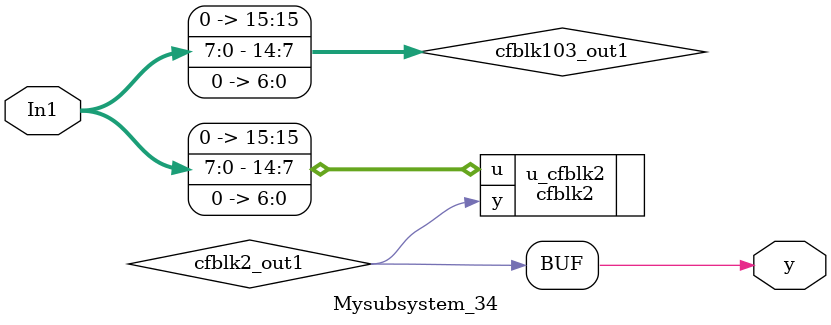
<source format=v>



`timescale 1 ns / 1 ns

module Mysubsystem_34
          (In1,
           y);


  input   [7:0] In1;  // uint8
  output  y;


  wire [15:0] cfblk103_out1;  // ufix16_En7
  wire cfblk2_out1;


  assign cfblk103_out1 = {1'b0, {In1, 7'b0000000}};



  cfblk2 u_cfblk2 (.u(cfblk103_out1),  // ufix16_En7
                   .y(cfblk2_out1)
                   );

  assign y = cfblk2_out1;

endmodule  // Mysubsystem_34


</source>
